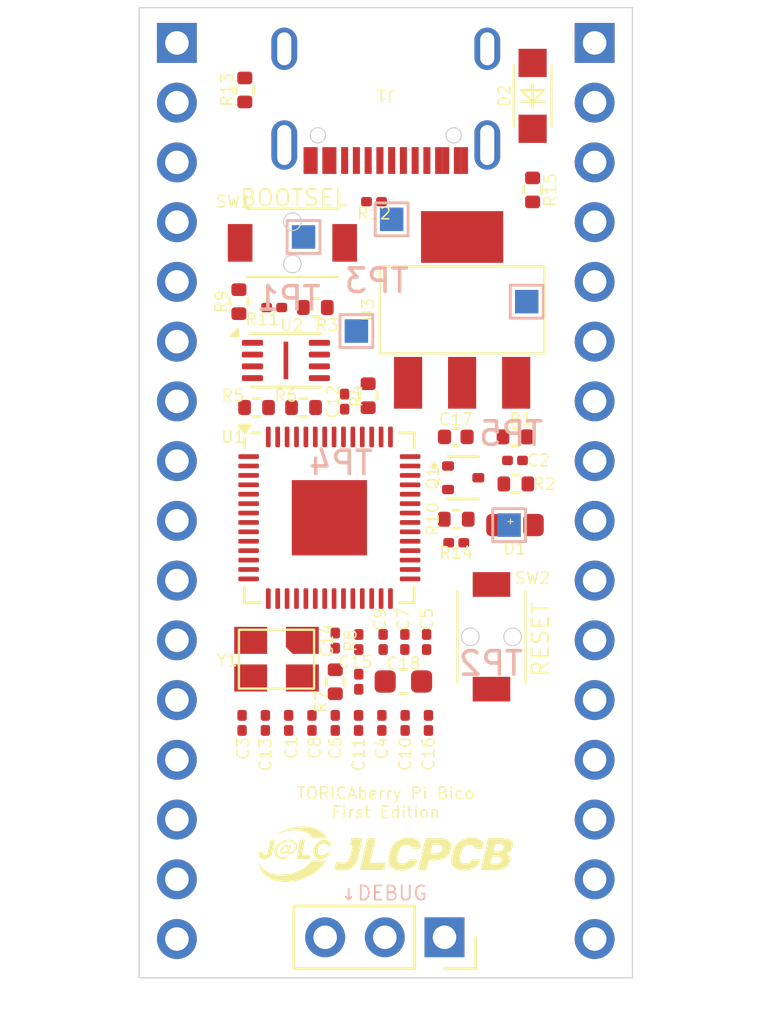
<source format=kicad_pcb>
(kicad_pcb (version 20241229) (generator "pcbnew") (generator_version "9.0")
  (layers (0 "F.Cu" signal) (2 "B.Cu" signal) (13 "F.Paste" user) (15 "B.Paste" user) (5 "F.SilkS" user "F.Silkscreen") (7 "B.SilkS" user "B.Silkscreen") (1 "F.Mask" user) (3 "B.Mask" user) (25 "Edge.Cuts" user))
  (net 0 "")
  (net 1 "GND")
  (net 2 "+3V3")
  (net 3 "Net-(Q1-D)")
  (net 4 "+1V1")
  (net 5 "Net-(U1-ADC_AVDD)")
  (net 6 "/XIN")
  (net 7 "/XR")
  (net 8 "/VSYS")
  (net 9 "Net-(D1-A)")
  (net 10 "/VBUS")
  (net 11 "Net-(J1-CC1)")
  (net 12 "Net-(J1-CC2)")
  (net 13 "/GPIO0")
  (net 14 "/GPIO8")
  (net 15 "/GPIO10")
  (net 16 "/GPIO11")
  (net 17 "/GPIO2")
  (net 18 "/GPIO14")
  (net 19 "/GPIO1")
  (net 20 "/GPIO6")
  (net 21 "/GPIO3")
  (net 22 "/GPIO13")
  (net 23 "/GPIO7")
  (net 24 "/GPIO5")
  (net 25 "/GPIO9")
  (net 26 "/GPIO12")
  (net 27 "/GPIO4")
  (net 28 "/USB_D-")
  (net 29 "/USB_D+")
  (net 30 "/SWCLK")
  (net 31 "/SWDIO")
  (net 32 "/GPIO17")
  (net 33 "/GPIO15")
  (net 34 "/GPIO22")
  (net 35 "/GPIO18")
  (net 36 "/GPIO26_ADC0")
  (net 37 "/GPIO20")
  (net 38 "/GPIO27_ADC1")
  (net 39 "/GPIO16")
  (net 40 "/GPIO28_ADC2")
  (net 41 "/GPIO19")
  (net 42 "/GPIO21")
  (net 43 "/GPIO29_ADC3")
  (net 44 "Net-(U1-USB_DP)")
  (net 45 "Net-(U1-USB_DM)")
  (net 46 "/ADC_VREF")
  (net 47 "/XOUT")
  (net 48 "Net-(R9-Pad1)")
  (net 49 "/QSPI_SS")
  (net 50 "/GPIO25")
  (net 51 "/GPIO24")
  (net 52 "/GPIO23")
  (net 53 "/RUN")
  (net 54 "/QSPI_SD2")
  (net 55 "/QSPI_SCLK")
  (net 56 "/QSPI_SD0")
  (net 57 "/QSPI_SD1")
  (net 58 "/QSPI_SD3")
  (footprint "raspberry pi pico:schottky CRS06" (layer "F.Cu") (at 156.25 82.75 90)
    (property "Reference" "D2" (at 0 -1.2 90) (layer "F.SilkS") (effects (font (size 0.5 0.5) (thickness 0.0625))))
    (property "Value" "D_Schottky" (hide yes))
    (pad "1" smd rect (at -1.4 0 270) (size 1.2 1.2) (layers "F.Cu" "F.Mask" "F.Paste") (net 8 "/VSYS"))
    (pad "2" smd rect (at 1.4 0 270) (size 1.2 1.2) (layers "F.Cu" "F.Mask" "F.Paste") (net 10 "/VBUS"))
  )
  (footprint "LED_SMD:LED_0603_1608Metric" (layer "F.Cu") (at 155.5 101 180)
    (property "Reference" "D1" (at 0 -1 0) (layer "F.SilkS") (effects (font (size 0.5 0.5) (thickness 0.0625))))
    (property "Value" "LED" (hide yes))
    (pad "1" smd roundrect (at -0.7875 0 180) (size 0.875 0.95) (layers "F.Cu" "F.Mask" "F.Paste") (net 1 "GND"))
    (pad "2" smd roundrect (at 0.7875 0 180) (size 0.875 0.95) (layers "F.Cu" "F.Mask" "F.Paste") (net 9 "Net-(D1-A)"))
  )
  (footprint "raspberry pi pico:12MHz" (layer "F.Cu") (at 145.35 106.7)
    (property "Reference" "Y1" (at -2.1 0.05 0) (layer "F.SilkS") (effects (font (size 0.5 0.5) (thickness 0.0625))))
    (property "Value" "Crystal_GND23")
    (pad "1" smd roundrect (at 1.1 -0.8 180) (size 1.4 1.15) (layers "F.Cu" "F.Mask" "F.Paste") (roundrect_rratio 0) (chamfer_ratio 0.25) (chamfer top_right) (net 6 "/XIN"))
    (pad "2" smd rect (at -1.1 -0.8 180) (size 1.4 1.15) (layers "F.Cu" "F.Mask" "F.Paste") (net 1 "GND"))
    (pad "3" smd rect (at -1.1 0.8 180) (size 1.4 1.15) (layers "F.Cu" "F.Mask" "F.Paste") (net 1 "GND"))
    (pad "4" smd rect (at 1.1 0.8 180) (size 1.4 1.15) (layers "F.Cu" "F.Mask" "F.Paste") (net 7 "/XR"))
  )
  (footprint "Capacitor_SMD:C_0201_0603Metric" (layer "F.Cu") (at 147.85 109.41 90)
    (property "Reference" "C6" (at -1.07 0 90) (layer "F.SilkS") (effects (font (size 0.5 0.5) (thickness 0.0625))))
    (property "Value" "100n" (hide yes))
    (pad "1" smd roundrect (at -0.32 0 90) (size 0.46 0.4) (layers "F.Cu" "F.Mask") (net 1 "GND"))
    (pad "2" smd roundrect (at 0.32 0 90) (size 0.46 0.4) (layers "F.Cu" "F.Mask") (net 2 "+3V3"))
  )
  (footprint "Capacitor_SMD:C_0201_0603Metric" (layer "F.Cu") (at 151.7375 105.97 90)
    (property "Reference" "C5" (at 0.97 0.0125 90) (layer "F.SilkS") (effects (font (size 0.5 0.5) (thickness 0.0625))))
    (property "Value" "2.2u" (hide yes))
    (pad "1" smd roundrect (at -0.32 0 90) (size 0.46 0.4) (layers "F.Cu" "F.Mask") (net 1 "GND"))
    (pad "2" smd roundrect (at 0.32 0 90) (size 0.46 0.4) (layers "F.Cu" "F.Mask") (net 4 "+1V1"))
  )
  (footprint "raspberry pi pico:Type-C" (layer "F.Cu") (at 150 82.75 180)
    (property "Reference" "J1" (at 0 0 180) (layer "F.SilkS") (effects (font (size 0.5 0.5) (thickness 0.0625))))
    (property "Value" "USB_C_Receptacle" (hide yes))
    (fp_circle (center 2.89 -1.68) (end 3.215 -1.68) (stroke (width 0.05)) (fill no) (layer "Edge.Cuts"))
    (fp_circle (center -2.89 -1.68) (end -2.565 -1.68) (stroke (width 0.05)) (fill no) (layer "Edge.Cuts"))
    (pad "A1" smd rect (at -3.35 -2.75 180) (size 0.3 1.14) (layers "F.Cu" "F.Mask" "F.Paste") (net 1 "GND"))
    (pad "A4" smd rect (at -2.55 -2.75 180) (size 0.3 1.14) (layers "F.Cu" "F.Mask" "F.Paste") (net 10 "/VBUS"))
    (pad "A5" smd rect (at -1.25 -2.75 180) (size 0.3 1.14) (layers "F.Cu" "F.Mask" "F.Paste") (net 11 "Net-(J1-CC1)"))
    (pad "A6" smd rect (at -0.25 -2.75 180) (size 0.3 1.14) (layers "F.Cu" "F.Mask" "F.Paste") (net 29 "/USB_D+"))
    (pad "A7" smd rect (at 0.25 -2.75 180) (size 0.3 1.14) (layers "F.Cu" "F.Mask" "F.Paste") (net 28 "/USB_D-"))
    (pad "A8" smd rect (at 1.25 -2.75 180) (size 0.3 1.14) (layers "F.Cu" "F.Mask" "F.Paste"))
    (pad "A9" smd rect (at 2.55 -2.75 180) (size 0.3 1.14) (layers "F.Cu" "F.Mask" "F.Paste"))
    (pad "B4" smd rect (at 2.25 -2.75 180) (size 0.3 1.14) (layers "F.Cu" "F.Mask" "F.Paste" "Eco1.User"))
    (pad "B5" smd rect (at 1.75 -2.75 180) (size 0.3 1.14) (layers "F.Cu" "F.Mask" "F.Paste") (net 12 "Net-(J1-CC2)"))
    (pad "B6" smd rect (at 0.75 -2.75 180) (size 0.3 1.14) (layers "F.Cu" "F.Mask" "F.Paste") (net 29 "/USB_D+"))
    (pad "B7" smd rect (at -0.75 -2.75 180) (size 0.3 1.14) (layers "F.Cu" "F.Mask" "F.Paste") (net 28 "/USB_D-"))
    (pad "B8" smd rect (at -1.75 -2.75 180) (size 0.3 1.14) (layers "F.Cu" "F.Mask" "F.Paste"))
    (pad "B8" smd rect (at 3.05 -2.75 180) (size 0.3 1.14) (layers "F.Cu" "F.Mask" "F.Paste"))
    (pad "B8" smd rect (at 3.35 -2.75 180) (size 0.3 1.14) (layers "F.Cu" "F.Mask" "F.Paste"))
    (pad "B9" smd rect (at -2.25 -2.75 180) (size 0.3 1.14) (layers "F.Cu" "F.Mask" "F.Paste"))
    (pad "B12" smd rect (at -3.05 -2.75 180) (size 0.3 1.14) (layers "F.Cu" "F.Mask" "F.Paste") (net 1 "GND"))
    (pad "S1" thru_hole oval (at -4.32 -2.09 180) (size 1.1 2.1) (drill oval 0.6 1.7) (layers "*.Cu" "*.Mask") (net 1 "GND"))
    (pad "S1" thru_hole oval (at -4.32 2 180) (size 1.1 1.8) (drill oval 0.6 1.4) (layers "*.Cu" "*.Mask") (net 1 "GND"))
    (pad "S1" thru_hole oval (at 4.32 -2.09 180) (size 1.1 2.1) (drill oval 0.6 1.7) (layers "*.Cu" "*.Mask") (net 1 "GND"))
    (pad "S1" thru_hole oval (at 4.32 2 180) (size 1.1 1.8) (drill oval 0.6 1.4) (layers "*.Cu" "*.Mask") (net 1 "GND"))
  )
  (footprint "Capacitor_SMD:C_0201_0603Metric" (layer "F.Cu") (at 144.875313 109.41 -90)
    (property "Reference" "C13" (at 1.34 0 90) (layer "F.SilkS") (effects (font (size 0.5 0.5) (thickness 0.0625))))
    (property "Value" "2.2u" (hide yes))
    (pad "1" smd roundrect (at -0.32 0 270) (size 0.46 0.4) (layers "F.Cu" "F.Mask") (net 2 "+3V3"))
    (pad "2" smd roundrect (at 0.32 0 270) (size 0.46 0.4) (layers "F.Cu" "F.Mask") (net 1 "GND"))
  )
  (footprint "Resistor_SMD:R_0201_0603Metric" (layer "F.Cu") (at 147.85 105.91 -90)
    (property "Reference" "R8" (at 0 -0.65 90) (layer "F.SilkS") (effects (font (size 0.5 0.5) (thickness 0.0625))))
    (property "Value" "NO-FIT" (hide yes))
    (pad "1" smd roundrect (at -0.32 0 270) (size 0.46 0.4) (layers "F.Cu" "F.Mask") (net 6 "/XIN"))
    (pad "2" smd roundrect (at 0.32 0 270) (size 0.46 0.4) (layers "F.Cu" "F.Mask") (net 47 "/XOUT"))
  )
  (footprint "Resistor_SMD:R_0402_1005Metric" (layer "F.Cu") (at 144 82.5 90)
    (property "Reference" "R13" (at 0.01 -0.75 90) (layer "F.SilkS") (effects (font (size 0.5 0.5) (thickness 0.0625))))
    (property "Value" "5.1k" (hide yes))
    (pad "1" smd roundrect (at -0.51 0 90) (size 0.54 0.64) (layers "F.Cu" "F.Mask" "F.Paste") (net 12 "Net-(J1-CC2)"))
    (pad "2" smd roundrect (at 0.51 0 90) (size 0.54 0.64) (layers "F.Cu" "F.Mask" "F.Paste") (net 1 "GND"))
  )
  (footprint "Capacitor_SMD:C_0201_0603Metric" (layer "F.Cu") (at 150.824688 109.41 90)
    (property "Reference" "C10" (at -1.32 0 90) (layer "F.SilkS") (effects (font (size 0.5 0.5) (thickness 0.0625))))
    (property "Value" "100n" (hide yes))
    (pad "1" smd roundrect (at -0.32 0 90) (size 0.46 0.4) (layers "F.Cu" "F.Mask") (net 1 "GND"))
    (pad "2" smd roundrect (at 0.32 0 90) (size 0.46 0.4) (layers "F.Cu" "F.Mask") (net 2 "+3V3"))
  )
  (footprint "raspberry pi pico:Tactil Switch" (layer "F.Cu") (at 146.025 89 -90)
    (property "Reference" "SW1" (at -1.75 2.5 0) (layer "F.SilkS") (effects (font (size 0.5 0.5) (thickness 0.0625))))
    (property "Value" "SW_Push" (hide yes))
    (fp_circle (center -0.9 0) (end -0.525 0) (stroke (width 0.05)) (fill no) (layer "Edge.Cuts"))
    (fp_circle (center 0.9 0) (end 1.275 0) (stroke (width 0.05)) (fill no) (layer "Edge.Cuts"))
    (pad "1" smd rect (at 0 -2.225 270) (size 1.6 1.05) (layers "F.Cu" "F.Mask" "F.Paste") (net 1 "GND"))
    (pad "2" smd rect (at 0 2.225 270) (size 1.6 1.05) (layers "F.Cu" "F.Mask" "F.Paste") (net 48 "Net-(R9-Pad1)"))
  )
  (footprint "Connector_PinSocket_2.54mm:PinSocket_1x03_P2.54mm_Vertical" (layer "F.Cu") (at 152.5 118.525 -90)
    (property "Reference" "J3" (hide yes))
    (property "Value" "Conn_01x03_Socket" (hide yes))
    (pad "1" thru_hole rect (at 0 0 270) (size 1.7 1.7) (drill 1) (layers "*.Cu" "*.Mask") (net 31 "/SWDIO"))
    (pad "2" thru_hole oval (at 0 2.54 270) (size 1.7 1.7) (drill 1) (layers "*.Cu" "*.Mask") (net 1 "GND"))
    (pad "3" thru_hole oval (at 0 5.08 270) (size 1.7 1.7) (drill 1) (layers "*.Cu" "*.Mask") (net 30 "/SWCLK"))
  )
  (footprint "Resistor_SMD:R_0402_1005Metric" (layer "F.Cu") (at 155.5375 99.25)
    (property "Reference" "R2" (at 1.2125 0 0) (layer "F.SilkS") (effects (font (size 0.5 0.5) (thickness 0.0625))))
    (property "Value" "100K" (hide yes))
    (pad "1" smd roundrect (at -0.51 0) (size 0.54 0.64) (layers "F.Cu" "F.Mask" "F.Paste") (net 3 "Net-(Q1-D)"))
    (pad "2" smd roundrect (at 0.51 0) (size 0.54 0.64) (layers "F.Cu" "F.Mask" "F.Paste") (net 1 "GND"))
  )
  (footprint "raspberry pi pico:JLCPCB" (layer "F.Cu") (at 150 115)
    (property "Reference" "G***" (hide yes))
    (property "Value" "LOGO" (hide yes))
  )
  (footprint "Resistor_SMD:R_0402_1005Metric" (layer "F.Cu") (at 147 91.75)
    (property "Reference" "R3" (at 0.5 0.75 0) (layer "F.SilkS") (effects (font (size 0.5 0.5) (thickness 0.0625))))
    (property "Value" "27" (hide yes))
    (pad "1" smd roundrect (at -0.51 0) (size 0.54 0.64) (layers "F.Cu" "F.Mask" "F.Paste") (net 29 "/USB_D+"))
    (pad "2" smd roundrect (at 0.51 0) (size 0.54 0.64) (layers "F.Cu" "F.Mask" "F.Paste") (net 44 "Net-(U1-USB_DP)"))
  )
  (footprint "Resistor_SMD:R_0402_1005Metric" (layer "F.Cu") (at 146.5 96)
    (property "Reference" "R6" (at -0.75 -0.5 0) (layer "F.SilkS") (effects (font (size 0.5 0.5) (thickness 0.0625))))
    (property "Value" "1" (hide yes))
    (pad "1" smd roundrect (at -0.51 0) (size 0.54 0.64) (layers "F.Cu" "F.Mask" "F.Paste") (net 46 "/ADC_VREF"))
    (pad "2" smd roundrect (at 0.51 0) (size 0.54 0.64) (layers "F.Cu" "F.Mask" "F.Paste") (net 5 "Net-(U1-ADC_AVDD)"))
  )
  (footprint "Connector_PinSocket_2.54mm:PinSocket_1x16_P2.54mm_Vertical" (layer "F.Cu") (at 141.11 80.5)
    (property "Reference" "J2" (hide yes))
    (property "Value" "Conn_01x16_Socket")
    (pad "1" thru_hole rect (at 0 0) (size 1.7 1.7) (drill 1) (layers "*.Cu" "*.Mask") (net 13 "/GPIO0"))
    (pad "2" thru_hole oval (at 0 2.54) (size 1.7 1.7) (drill 1) (layers "*.Cu" "*.Mask") (net 19 "/GPIO1"))
    (pad "3" thru_hole oval (at 0 5.08) (size 1.7 1.7) (drill 1) (layers "*.Cu" "*.Mask") (net 17 "/GPIO2"))
    (pad "4" thru_hole oval (at 0 7.62) (size 1.7 1.7) (drill 1) (layers "*.Cu" "*.Mask") (net 21 "/GPIO3"))
    (pad "5" thru_hole oval (at 0 10.16) (size 1.7 1.7) (drill 1) (layers "*.Cu" "*.Mask") (net 27 "/GPIO4"))
    (pad "6" thru_hole oval (at 0 12.7) (size 1.7 1.7) (drill 1) (layers "*.Cu" "*.Mask") (net 24 "/GPIO5"))
    (pad "7" thru_hole oval (at 0 15.24) (size 1.7 1.7) (drill 1) (layers "*.Cu" "*.Mask") (net 20 "/GPIO6"))
    (pad "8" thru_hole oval (at 0 17.78) (size 1.7 1.7) (drill 1) (layers "*.Cu" "*.Mask") (net 23 "/GPIO7"))
    (pad "9" thru_hole oval (at 0 20.32) (size 1.7 1.7) (drill 1) (layers "*.Cu" "*.Mask") (net 14 "/GPIO8"))
    (pad "10" thru_hole oval (at 0 22.86) (size 1.7 1.7) (drill 1) (layers "*.Cu" "*.Mask") (net 25 "/GPIO9"))
    (pad "11" thru_hole oval (at 0 25.4) (size 1.7 1.7) (drill 1) (layers "*.Cu" "*.Mask") (net 15 "/GPIO10"))
    (pad "12" thru_hole oval (at 0 27.94) (size 1.7 1.7) (drill 1) (layers "*.Cu" "*.Mask") (net 16 "/GPIO11"))
    (pad "13" thru_hole oval (at 0 30.48) (size 1.7 1.7) (drill 1) (layers "*.Cu" "*.Mask") (net 26 "/GPIO12"))
    (pad "14" thru_hole oval (at 0 33.02) (size 1.7 1.7) (drill 1) (layers "*.Cu" "*.Mask") (net 22 "/GPIO13"))
    (pad "15" thru_hole oval (at 0 35.56) (size 1.7 1.7) (drill 1) (layers "*.Cu" "*.Mask") (net 18 "/GPIO14"))
    (pad "16" thru_hole oval (at 0 38.1) (size 1.7 1.7) (drill 1) (layers "*.Cu" "*.Mask") (net 1 "GND"))
  )
  (footprint "Resistor_SMD:R_0402_1005Metric" (layer "F.Cu") (at 149.25 95.5 -90)
    (property "Reference" "R4" (at 0.01 0.5 90) (layer "F.SilkS") (effects (font (size 0.5 0.5) (thickness 0.0625))))
    (property "Value" "27" (hide yes))
    (pad "1" smd roundrect (at -0.51 0 270) (size 0.54 0.64) (layers "F.Cu" "F.Mask" "F.Paste") (net 28 "/USB_D-"))
    (pad "2" smd roundrect (at 0.51 0 270) (size 0.54 0.64) (layers "F.Cu" "F.Mask" "F.Paste") (net 45 "Net-(U1-USB_DM)"))
  )
  (footprint "Capacitor_SMD:C_0201_0603Metric" (layer "F.Cu") (at 145.866875 109.41 90)
    (property "Reference" "C1" (at -1.055 0.1125 90) (layer "F.SilkS") (effects (font (size 0.5 0.5) (thickness 0.0625))))
    (property "Value" "100n" (hide yes))
    (pad "1" smd roundrect (at -0.32 0 90) (size 0.46 0.4) (layers "F.Cu" "F.Mask") (net 1 "GND"))
    (pad "2" smd roundrect (at 0.32 0 90) (size 0.46 0.4) (layers "F.Cu" "F.Mask") (net 2 "+3V3"))
  )
  (footprint "Capacitor_SMD:C_0201_0603Metric" (layer "F.Cu") (at 151.81625 109.41 -90)
    (property "Reference" "C16" (at 1.32 0 90) (layer "F.SilkS") (effects (font (size 0.5 0.5) (thickness 0.0625))))
    (property "Value" "100n" (hide yes))
    (pad "1" smd roundrect (at -0.32 0 270) (size 0.46 0.4) (layers "F.Cu" "F.Mask") (net 2 "+3V3"))
    (pad "2" smd roundrect (at 0.32 0 270) (size 0.46 0.4) (layers "F.Cu" "F.Mask") (net 1 "GND"))
  )
  (footprint "Capacitor_SMD:C_0201_0603Metric" (layer "F.Cu") (at 155.5 98.25)
    (property "Reference" "C2" (at 1 0 0) (layer "F.SilkS") (effects (font (size 0.5 0.5) (thickness 0.0625))))
    (property "Value" "1n" (hide yes))
    (pad "1" smd roundrect (at -0.32 0) (size 0.46 0.4) (layers "F.Cu" "F.Mask") (net 3 "Net-(Q1-D)"))
    (pad "2" smd roundrect (at 0.32 0) (size 0.46 0.4) (layers "F.Cu" "F.Mask") (net 1 "GND"))
  )
  (footprint "Resistor_SMD:R_0402_1005Metric" (layer "F.Cu") (at 153 100.75)
    (property "Reference" "R10" (at -1 0 90) (layer "F.SilkS") (effects (font (size 0.5 0.5) (thickness 0.0625))))
    (property "Value" "470" (hide yes))
    (pad "1" smd roundrect (at -0.51 0) (size 0.54 0.64) (layers "F.Cu" "F.Mask" "F.Paste") (net 50 "/GPIO25"))
    (pad "2" smd roundrect (at 0.51 0) (size 0.54 0.64) (layers "F.Cu" "F.Mask" "F.Paste") (net 9 "Net-(D1-A)"))
  )
  (footprint "Package_TO_SOT_SMD:SOT-523" (layer "F.Cu") (at 153.295 98.9875)
    (property "Reference" "Q1" (at -1.295 0.0125 90) (layer "F.SilkS") (effects (font (size 0.5 0.5) (thickness 0.0625))))
    (property "Value" "DMG1012T" (hide yes))
    (pad "1" smd roundrect (at -0.645 -0.5 180) (size 0.51 0.4) (layers "F.Cu" "F.Mask" "F.Paste") (net 2 "+3V3"))
    (pad "2" smd roundrect (at -0.645 0.5 180) (size 0.51 0.4) (layers "F.Cu" "F.Mask" "F.Paste") (net 43 "/GPIO29_ADC3"))
    (pad "3" smd roundrect (at 0.645 0 180) (size 0.51 0.4) (layers "F.Cu" "F.Mask" "F.Paste") (net 3 "Net-(Q1-D)"))
  )
  (footprint "Resistor_SMD:R_0201_0603Metric" (layer "F.Cu") (at 145.25 91.75 180)
    (property "Reference" "R11" (at 0.5 -0.5 0) (layer "F.SilkS") (effects (font (size 0.5 0.5) (thickness 0.0625))))
    (property "Value" "NO-FIT" (hide yes))
    (pad "1" smd roundrect (at -0.32 0 180) (size 0.46 0.4) (layers "F.Cu" "F.Mask") (net 2 "+3V3"))
    (pad "2" smd roundrect (at 0.32 0 180) (size 0.46 0.4) (layers "F.Cu" "F.Mask") (net 49 "/QSPI_SS"))
  )
  (footprint "Capacitor_SMD:C_0201_0603Metric" (layer "F.Cu") (at 149.833125 109.41 90)
    (property "Reference" "C4" (at -1.07 0 90) (layer "F.SilkS") (effects (font (size 0.5 0.5) (thickness 0.0625))))
    (property "Value" "100n" (hide yes))
    (pad "1" smd roundrect (at -0.32 0 90) (size 0.46 0.4) (layers "F.Cu" "F.Mask") (net 1 "GND"))
    (pad "2" smd roundrect (at 0.32 0 90) (size 0.46 0.4) (layers "F.Cu" "F.Mask") (net 2 "+3V3"))
  )
  (footprint "Package_DFN_QFN:QFN-56-1EP_7x7mm_P0.4mm_EP3.2x3.2mm" (layer "F.Cu") (at 147.6 100.6875)
    (property "Reference" "U1" (at -4.1 -3.4375 0) (layer "F.SilkS") (effects (font (size 0.5 0.5) (thickness 0.0625))))
    (property "Value" "RP2040")
    (pad "1" smd roundrect (at -3.4375 -2.6) (size 0.875 0.2) (layers "F.Cu" "F.Mask" "F.Paste") (net 2 "+3V3"))
    (pad "2" smd roundrect (at -3.4375 -2.2) (size 0.875 0.2) (layers "F.Cu" "F.Mask" "F.Paste") (net 13 "/GPIO0"))
    (pad "3" smd roundrect (at -3.4375 -1.8) (size 0.875 0.2) (layers "F.Cu" "F.Mask" "F.Paste") (net 19 "/GPIO1"))
    (pad "4" smd roundrect (at -3.4375 -1.4) (size 0.875 0.2) (layers "F.Cu" "F.Mask" "F.Paste") (net 17 "/GPIO2"))
    (pad "5" smd roundrect (at -3.4375 -1) (size 0.875 0.2) (layers "F.Cu" "F.Mask" "F.Paste") (net 21 "/GPIO3"))
    (pad "6" smd roundrect (at -3.4375 -0.6) (size 0.875 0.2) (layers "F.Cu" "F.Mask" "F.Paste") (net 27 "/GPIO4"))
    (pad "7" smd roundrect (at -3.4375 -0.2) (size 0.875 0.2) (layers "F.Cu" "F.Mask" "F.Paste") (net 24 "/GPIO5"))
    (pad "8" smd roundrect (at -3.4375 0.2) (size 0.875 0.2) (layers "F.Cu" "F.Mask" "F.Paste") (net 20 "/GPIO6"))
    (pad "9" smd roundrect (at -3.4375 0.6) (size 0.875 0.2) (layers "F.Cu" "F.Mask" "F.Paste") (net 23 "/GPIO7"))
    (pad "10" smd roundrect (at -3.4375 1) (size 0.875 0.2) (layers "F.Cu" "F.Mask" "F.Paste") (net 2 "+3V3"))
    (pad "11" smd roundrect (at -3.4375 1.4) (size 0.875 0.2) (layers "F.Cu" "F.Mask" "F.Paste") (net 14 "/GPIO8"))
    (pad "12" smd roundrect (at -3.4375 1.8) (size 0.875 0.2) (layers "F.Cu" "F.Mask" "F.Paste") (net 25 "/GPIO9"))
    (pad "13" smd roundrect (at -3.4375 2.2) (size 0.875 0.2) (layers "F.Cu" "F.Mask" "F.Paste") (net 15 "/GPIO10"))
    (pad "14" smd roundrect (at -3.4375 2.6) (size 0.875 0.2) (layers "F.Cu" "F.Mask" "F.Paste") (net 16 "/GPIO11"))
    (pad "15" smd roundrect (at -2.6 3.4375) (size 0.2 0.875) (layers "F.Cu" "F.Mask" "F.Paste") (net 26 "/GPIO12"))
    (pad "16" smd roundrect (at -2.2 3.4375) (size 0.2 0.875) (layers "F.Cu" "F.Mask" "F.Paste") (net 22 "/GPIO13"))
    (pad "17" smd roundrect (at -1.8 3.4375) (size 0.2 0.875) (layers "F.Cu" "F.Mask" "F.Paste") (net 18 "/GPIO14"))
    (pad "18" smd roundrect (at -1.4 3.4375) (size 0.2 0.875) (layers "F.Cu" "F.Mask" "F.Paste") (net 33 "/GPIO15"))
    (pad "19" smd roundrect (at -1 3.4375) (size 0.2 0.875) (layers "F.Cu" "F.Mask" "F.Paste") (net 1 "GND"))
    (pad "20" smd roundrect (at -0.6 3.4375) (size 0.2 0.875) (layers "F.Cu" "F.Mask" "F.Paste") (net 6 "/XIN"))
    (pad "21" smd roundrect (at -0.2 3.4375) (size 0.2 0.875) (layers "F.Cu" "F.Mask" "F.Paste") (net 47 "/XOUT"))
    (pad "22" smd roundrect (at 0.2 3.4375) (size 0.2 0.875) (layers "F.Cu" "F.Mask" "F.Paste") (net 2 "+3V3"))
    (pad "23" smd roundrect (at 0.6 3.4375) (size 0.2 0.875) (layers "F.Cu" "F.Mask" "F.Paste") (net 4 "+1V1"))
    (pad "24" smd roundrect (at 1 3.4375) (size 0.2 0.875) (layers "F.Cu" "F.Mask" "F.Paste") (net 30 "/SWCLK"))
    (pad "25" smd roundrect (at 1.4 3.4375) (size 0.2 0.875) (layers "F.Cu" "F.Mask" "F.Paste") (net 31 "/SWDIO"))
    (pad "26" smd roundrect (at 1.8 3.4375) (size 0.2 0.875) (layers "F.Cu" "F.Mask" "F.Paste") (net 53 "/RUN"))
    (pad "27" smd roundrect (at 2.2 3.4375) (size 0.2 0.875) (layers "F.Cu" "F.Mask" "F.Paste") (net 39 "/GPIO16"))
    (pad "28" smd roundrect (at 2.6 3.4375) (size 0.2 0.875) (layers "F.Cu" "F.Mask" "F.Paste") (net 32 "/GPIO17"))
    (pad "29" smd roundrect (at 3.4375 2.6) (size 0.875 0.2) (layers "F.Cu" "F.Mask" "F.Paste") (net 35 "/GPIO18"))
    (pad "30" smd roundrect (at 3.4375 2.2) (size 0.875 0.2) (layers "F.Cu" "F.Mask" "F.Paste") (net 41 "/GPIO19"))
    (pad "31" smd roundrect (at 3.4375 1.8) (size 0.875 0.2) (layers "F.Cu" "F.Mask" "F.Paste") (net 37 "/GPIO20"))
    (pad "32" smd roundrect (at 3.4375 1.4) (size 0.875 0.2) (layers "F.Cu" "F.Mask" "F.Paste") (net 42 "/GPIO21"))
    (pad "33" smd roundrect (at 3.4375 1) (size 0.875 0.2) (layers "F.Cu" "F.Mask" "F.Paste") (net 2 "+3V3"))
    (pad "34" smd roundrect (at 3.4375 0.6) (size 0.875 0.2) (layers "F.Cu" "F.Mask" "F.Paste") (net 34 "/GPIO22"))
    (pad "35" smd roundrect (at 3.4375 0.2) (size 0.875 0.2) (layers "F.Cu" "F.Mask" "F.Paste") (net 52 "/GPIO23"))
    (pad "36" smd roundrect (at 3.4375 -0.2) (size 0.875 0.2) (layers "F.Cu" "F.Mask" "F.Paste") (net 51 "/GPIO24"))
    (pad "37" smd roundrect (at 3.4375 -0.6) (size 0.875 0.2) (layers "F.Cu" "F.Mask" "F.Paste") (net 50 "/GPIO25"))
    (pad "38" smd roundrect (at 3.4375 -1) (size 0.875 0.2) (layers "F.Cu" "F.Mask" "F.Paste") (net 36 "/GPIO26_ADC0"))
    (pad "39" smd roundrect (at 3.4375 -1.4) (size 0.875 0.2) (layers "F.Cu" "F.Mask" "F.Paste") (net 38 "/GPIO27_ADC1"))
    (pad "40" smd roundrect (at 3.4375 -1.8) (size 0.875 0.2) (layers "F.Cu" "F.Mask" "F.Paste") (net 40 "/GPIO28_ADC2"))
    (pad "41" smd roundrect (at 3.4375 -2.2) (size 0.875 0.2) (layers "F.Cu" "F.Mask" "F.Paste") (net 43 "/GPIO29_ADC3"))
    (pad "42" smd roundrect (at 3.4375 -2.6) (size 0.875 0.2) (layers "F.Cu" "F.Mask" "F.Paste") (net 2 "+3V3"))
    (pad "43" smd roundrect (at 2.6 -3.4375) (size 0.2 0.875) (layers "F.Cu" "F.Mask" "F.Paste") (net 5 "Net-(U1-ADC_AVDD)"))
    (pad "44" smd roundrect (at 2.2 -3.4375) (size 0.2 0.875) (layers "F.Cu" "F.Mask" "F.Paste") (net 2 "+3V3"))
    (pad "45" smd roundrect (at 1.8 -3.4375) (size 0.2 0.875) (layers "F.Cu" "F.Mask" "F.Paste") (net 4 "+1V1"))
    (pad "46" smd roundrect (at 1.4 -3.4375) (size 0.2 0.875) (layers "F.Cu" "F.Mask" "F.Paste") (net 45 "Net-(U1-USB_DM)"))
    (pad "47" smd roundrect (at 1 -3.4375) (size 0.2 0.875) (layers "F.Cu" "F.Mask" "F.Paste") (net 44 "Net-(U1-USB_DP)"))
    (pad "48" smd roundrect (at 0.6 -3.4375) (size 0.2 0.875) (layers "F.Cu" "F.Mask" "F.Paste") (net 2 "+3V3"))
    (pad "49" smd roundrect (at 0.2 -3.4375) (size 0.2 0.875) (layers "F.Cu" "F.Mask" "F.Paste") (net 2 "+3V3"))
    (pad "50" smd roundrect (at -0.2 -3.4375) (size 0.2 0.875) (layers "F.Cu" "F.Mask" "F.Paste") (net 4 "+1V1"))
    (pad "51" smd roundrect (at -0.6 -3.4375) (size 0.2 0.875) (layers "F.Cu" "F.Mask" "F.Paste") (net 58 "/QSPI_SD3"))
    (pad "52" smd roundrect (at -1 -3.4375) (size 0.2 0.875) (layers "F.Cu" "F.Mask" "F.Paste") (net 55 "/QSPI_SCLK"))
    (pad "53" smd roundrect (at -1.4 -3.4375) (size 0.2 0.875) (layers "F.Cu" "F.Mask" "F.Paste") (net 56 "/QSPI_SD0"))
    (pad "54" smd roundrect (at -1.8 -3.4375) (size 0.2 0.875) (layers "F.Cu" "F.Mask" "F.Paste") (net 54 "/QSPI_SD2"))
    (pad "55" smd roundrect (at -2.2 -3.4375) (size 0.2 0.875) (layers "F.Cu" "F.Mask" "F.Paste") (net 57 "/QSPI_SD1"))
    (pad "56" smd roundrect (at -2.6 -3.4375) (size 0.2 0.875) (layers "F.Cu" "F.Mask" "F.Paste") (net 49 "/QSPI_SS"))
    (pad "57" smd rect (at 0 0) (size 3.2 3.2) (property pad_prop_heatsink) (layers "F.Cu" "F.Mask") (net 1 "GND"))
  )
  (footprint "Capacitor_SMD:C_0201_0603Metric" (layer "F.Cu") (at 148.85 105.97 90)
    (property "Reference" "C14" (at 0.06 -1.35 90) (layer "F.SilkS") (effects (font (size 0.5 0.5) (thickness 0.0625))))
    (property "Value" "15p" (hide yes))
    (pad "1" smd roundrect (at -0.32 0 90) (size 0.46 0.4) (layers "F.Cu" "F.Mask") (net 1 "GND"))
    (pad "2" smd roundrect (at 0.32 0 90) (size 0.46 0.4) (layers "F.Cu" "F.Mask") (net 6 "/XIN"))
  )
  (footprint "Capacitor_SMD:C_0201_0603Metric" (layer "F.Cu") (at 143.88375 109.41 90)
    (property "Reference" "C3" (at -1.09 0.045 90) (layer "F.SilkS") (effects (font (size 0.5 0.5) (thickness 0.0625))))
    (property "Value" "2.2u" (hide yes))
    (pad "1" smd roundrect (at -0.32 0 90) (size 0.46 0.4) (layers "F.Cu" "F.Mask") (net 1 "GND"))
    (pad "2" smd roundrect (at 0.32 0 90) (size 0.46 0.4) (layers "F.Cu" "F.Mask") (net 2 "+3V3"))
  )
  (footprint "Resistor_SMD:R_0402_1005Metric" (layer "F.Cu") (at 155.5 97.25)
    (property "Reference" "R1" (at 0.25 -0.75 0) (layer "F.SilkS") (effects (font (size 0.5 0.5) (thickness 0.0625))))
    (property "Value" "200K" (hide yes))
    (pad "1" smd roundrect (at -0.51 0) (size 0.54 0.64) (layers "F.Cu" "F.Mask" "F.Paste") (net 8 "/VSYS"))
    (pad "2" smd roundrect (at 0.51 0) (size 0.54 0.64) (layers "F.Cu" "F.Mask" "F.Paste") (net 3 "Net-(Q1-D)"))
  )
  (footprint "Capacitor_SMD:C_0201_0603Metric" (layer "F.Cu") (at 148.25 95.75 -90)
    (property "Reference" "C12" (at 0 0.5 90) (layer "F.SilkS") (effects (font (size 0.5 0.5) (thickness 0.0625))))
    (property "Value" "2.2u" (hide yes))
    (pad "1" smd roundrect (at -0.32 0 270) (size 0.46 0.4) (layers "F.Cu" "F.Mask") (net 1 "GND"))
    (pad "2" smd roundrect (at 0.32 0 270) (size 0.46 0.4) (layers "F.Cu" "F.Mask") (net 5 "Net-(U1-ADC_AVDD)"))
  )
  (footprint "raspberry pi pico:Tactil Switch" (layer "F.Cu") (at 154.5 105.75)
    (property "Reference" "SW2" (at 1.75 -2.5 0) (layer "F.SilkS") (effects (font (size 0.5 0.5) (thickness 0.0625))))
    (property "Value" "SW_Push" (hide yes))
    (fp_circle (center -0.9 0) (end -0.525 0) (stroke (width 0.05)) (fill no) (layer "Edge.Cuts"))
    (fp_circle (center 0.9 0) (end 1.275 0) (stroke (width 0.05)) (fill no) (layer "Edge.Cuts"))
    (pad "1" smd rect (at 0 -2.225) (size 1.6 1.05) (layers "F.Cu" "F.Mask" "F.Paste") (net 53 "/RUN"))
    (pad "2" smd rect (at 0 2.225) (size 1.6 1.05) (layers "F.Cu" "F.Mask" "F.Paste") (net 1 "GND"))
  )
  (footprint "Connector_PinSocket_2.54mm:PinSocket_1x16_P2.54mm_Vertical" (layer "F.Cu") (at 158.89 80.5)
    (property "Reference" "J4" (hide yes))
    (property "Value" "Conn_01x16_Socket")
    (pad "1" thru_hole rect (at 0 0) (size 1.7 1.7) (drill 1) (layers "*.Cu" "*.Mask") (net 10 "/VBUS"))
    (pad "2" thru_hole oval (at 0 2.54) (size 1.7 1.7) (drill 1) (layers "*.Cu" "*.Mask") (net 8 "/VSYS"))
    (pad "3" thru_hole oval (at 0 5.08) (size 1.7 1.7) (drill 1) (layers "*.Cu" "*.Mask") (net 2 "+3V3"))
    (pad "4" thru_hole oval (at 0 7.62) (size 1.7 1.7) (drill 1) (layers "*.Cu" "*.Mask") (net 40 "/GPIO28_ADC2"))
    (pad "5" thru_hole oval (at 0 10.16) (size 1.7 1.7) (drill 1) (layers "*.Cu" "*.Mask") (net 38 "/GPIO27_ADC1"))
    (pad "6" thru_hole oval (at 0 12.7) (size 1.7 1.7) (drill 1) (layers "*.Cu" "*.Mask") (net 36 "/GPIO26_ADC0"))
    (pad "7" thru_hole oval (at 0 15.24) (size 1.7 1.7) (drill 1) (layers "*.Cu" "*.Mask") (net 52 "/GPIO23"))
    (pad "8" thru_hole oval (at 0 17.78) (size 1.7 1.7) (drill 1) (layers "*.Cu" "*.Mask") (net 34 "/GPIO22"))
    (pad "9" thru_hole oval (at 0 20.32) (size 1.7 1.7) (drill 1) (layers "*.Cu" "*.Mask") (net 42 "/GPIO21"))
    (pad "10" thru_hole oval (at 0 22.86) (size 1.7 1.7) (drill 1) (layers "*.Cu" "*.Mask") (net 37 "/GPIO20"))
    (pad "11" thru_hole oval (at 0 25.4) (size 1.7 1.7) (drill 1) (layers "*.Cu" "*.Mask") (net 41 "/GPIO19"))
    (pad "12" thru_hole oval (at 0 27.94) (size 1.7 1.7) (drill 1) (layers "*.Cu" "*.Mask") (net 35 "/GPIO18"))
    (pad "13" thru_hole oval (at 0 30.48) (size 1.7 1.7) (drill 1) (layers "*.Cu" "*.Mask") (net 32 "/GPIO17"))
    (pad "14" thru_hole oval (at 0 33.02) (size 1.7 1.7) (drill 1) (layers "*.Cu" "*.Mask") (net 39 "/GPIO16"))
    (pad "15" thru_hole oval (at 0 35.56) (size 1.7 1.7) (drill 1) (layers "*.Cu" "*.Mask") (net 33 "/GPIO15"))
    (pad "16" thru_hole oval (at 0 38.1) (size 1.7 1.7) (drill 1) (layers "*.Cu" "*.Mask") (net 1 "GND"))
  )
  (footprint "Capacitor_SMD:C_0201_0603Metric" (layer "F.Cu") (at 148.841563 109.41 90)
    (property "Reference" "C11" (at -1.34 0 90) (layer "F.SilkS") (effects (font (size 0.5 0.5) (thickness 0.0625))))
    (property "Value" "100n" (hide yes))
    (pad "1" smd roundrect (at -0.32 0 90) (size 0.46 0.4) (layers "F.Cu" "F.Mask") (net 1 "GND"))
    (pad "2" smd roundrect (at 0.32 0 90) (size 0.46 0.4) (layers "F.Cu" "F.Mask") (net 2 "+3V3"))
  )
  (footprint "Resistor_SMD:R_0402_1005Metric" (layer "F.Cu") (at 143.75 91.5 -90)
    (property "Reference" "R9" (at 0 0.75 90) (layer "F.SilkS") (effects (font (size 0.5 0.5) (thickness 0.0625))))
    (property "Value" "1k" (hide yes))
    (pad "1" smd roundrect (at -0.51 0 270) (size 0.54 0.64) (layers "F.Cu" "F.Mask" "F.Paste") (net 48 "Net-(R9-Pad1)"))
    (pad "2" smd roundrect (at 0.51 0 270) (size 0.54 0.64) (layers "F.Cu" "F.Mask" "F.Paste") (net 49 "/QSPI_SS"))
  )
  (footprint "Capacitor_SMD:C_0201_0603Metric" (layer "F.Cu") (at 148.85 107.66 -90)
    (property "Reference" "C15" (at -0.84 0.15 0) (layer "F.SilkS") (effects (font (size 0.5 0.5) (thickness 0.0625))))
    (property "Value" "15p" (hide yes))
    (pad "1" smd roundrect (at -0.32 0 270) (size 0.46 0.4) (layers "F.Cu" "F.Mask") (net 1 "GND"))
    (pad "2" smd roundrect (at 0.32 0 270) (size 0.46 0.4) (layers "F.Cu" "F.Mask") (net 7 "/XR"))
  )
  (footprint "Resistor_SMD:R_0201_0603Metric" (layer "F.Cu") (at 149.5 87.25 180)
    (property "Reference" "R12" (at 0 -0.5 0) (layer "F.SilkS") (effects (font (size 0.5 0.5) (thickness 0.0625))))
    (property "Value" "5.1k" (hide yes))
    (pad "1" smd roundrect (at -0.32 0 180) (size 0.46 0.4) (layers "F.Cu" "F.Mask") (net 11 "Net-(J1-CC1)"))
    (pad "2" smd roundrect (at 0.32 0 180) (size 0.46 0.4) (layers "F.Cu" "F.Mask") (net 1 "GND"))
  )
  (footprint "Package_SON:Winbond_USON-8-1EP_3x2mm_P0.5mm_EP0.2x1.6mm" (layer "F.Cu") (at 145.75 94)
    (property "Reference" "U2" (at 0.25 -1.5 0) (layer "F.SilkS") (effects (font (size 0.5 0.5) (thickness 0.0625))))
    (property "Value" "Flash Memory" (hide yes))
    (pad "1" smd roundrect (at -1.425 -0.75) (size 0.9 0.25) (layers "F.Cu" "F.Mask" "F.Paste") (net 49 "/QSPI_SS"))
    (pad "2" smd roundrect (at -1.425 -0.25) (size 0.9 0.25) (layers "F.Cu" "F.Mask" "F.Paste") (net 57 "/QSPI_SD1"))
    (pad "3" smd roundrect (at -1.425 0.25) (size 0.9 0.25) (layers "F.Cu" "F.Mask" "F.Paste") (net 54 "/QSPI_SD2"))
    (pad "4" smd roundrect (at -1.425 0.75) (size 0.9 0.25) (layers "F.Cu" "F.Mask" "F.Paste") (net 1 "GND"))
    (pad "5" smd roundrect (at 1.425 0.75) (size 0.9 0.25) (layers "F.Cu" "F.Mask" "F.Paste") (net 56 "/QSPI_SD0"))
    (pad "6" smd roundrect (at 1.425 0.25) (size 0.9 0.25) (layers "F.Cu" "F.Mask" "F.Paste") (net 55 "/QSPI_SCLK"))
    (pad "7" smd roundrect (at 1.425 -0.25) (size 0.9 0.25) (layers "F.Cu" "F.Mask" "F.Paste") (net 58 "/QSPI_SD3"))
    (pad "8" smd roundrect (at 1.425 -0.75) (size 0.9 0.25) (layers "F.Cu" "F.Mask" "F.Paste") (net 2 "+3V3"))
    (pad "9" smd rect (at 0 0) (size 0.2 1.6) (property pad_prop_heatsink) (layers "F.Cu" "F.Mask"))
  )
  (footprint "Capacitor_SMD:C_0201_0603Metric" (layer "F.Cu") (at 149.8875 105.97 90)
    (property "Reference" "C9" (at 0.97 -0.1375 90) (layer "F.SilkS") (effects (font (size 0.5 0.5) (thickness 0.0625))))
    (property "Value" "100n" (hide yes))
    (pad "1" smd roundrect (at -0.32 0 90) (size 0.46 0.4) (layers "F.Cu" "F.Mask") (net 1 "GND"))
    (pad "2" smd roundrect (at 0.32 0 90) (size 0.46 0.4) (layers "F.Cu" "F.Mask") (net 4 "+1V1"))
  )
  (footprint "Capacitor_SMD:C_0402_1005Metric" (layer "F.Cu") (at 152.98 97.25)
    (property "Reference" "C17" (at 0 -0.75 0) (layer "F.SilkS") (effects (font (size 0.5 0.5) (thickness 0.0625))))
    (property "Value" "10u" (hide yes))
    (pad "1" smd roundrect (at -0.48 0) (size 0.56 0.62) (layers "F.Cu" "F.Mask" "F.Paste") (net 8 "/VSYS"))
    (pad "2" smd roundrect (at 0.48 0) (size 0.56 0.62) (layers "F.Cu" "F.Mask" "F.Paste") (net 1 "GND"))
  )
  (footprint "Resistor_SMD:R_0201_0603Metric" (layer "F.Cu") (at 153 101.75 180)
    (property "Reference" "R14" (at 0 -0.4375 0) (layer "F.SilkS") (effects (font (size 0.5 0.5) (thickness 0.0625))))
    (property "Value" "10k" (hide yes))
    (pad "1" smd roundrect (at -0.32 0 180) (size 0.46 0.4) (layers "F.Cu" "F.Mask") (net 1 "GND"))
    (pad "2" smd roundrect (at 0.32 0 180) (size 0.46 0.4) (layers "F.Cu" "F.Mask") (net 51 "/GPIO24"))
  )
  (footprint "Resistor_SMD:R_0402_1005Metric" (layer "F.Cu") (at 156.25 86.75 90)
    (property "Reference" "R15" (at 0 0.75 90) (layer "F.SilkS") (effects (font (size 0.5 0.5) (thickness 0.0625))))
    (property "Value" "5.6k" (hide yes))
    (pad "1" smd roundrect (at -0.51 0 90) (size 0.54 0.64) (layers "F.Cu" "F.Mask" "F.Paste") (net 51 "/GPIO24"))
    (pad "2" smd roundrect (at 0.51 0 90) (size 0.54 0.64) (layers "F.Cu" "F.Mask" "F.Paste") (net 10 "/VBUS"))
  )
  (footprint "Resistor_SMD:R_0402_1005Metric" (layer "F.Cu") (at 144.5 96)
    (property "Reference" "R5" (at -1 -0.5 0) (layer "F.SilkS") (effects (font (size 0.5 0.5) (thickness 0.0625))))
    (property "Value" "200" (hide yes))
    (pad "1" smd roundrect (at -0.51 0) (size 0.54 0.64) (layers "F.Cu" "F.Mask" "F.Paste") (net 2 "+3V3"))
    (pad "2" smd roundrect (at 0.51 0) (size 0.54 0.64) (layers "F.Cu" "F.Mask" "F.Paste") (net 46 "/ADC_VREF"))
  )
  (footprint "raspberry pi pico:3pin regulator" (layer "F.Cu") (at 153.25 91.75)
    (property "Reference" "U3" (at -4 0.1 90) (layer "F.SilkS") (effects (font (size 0.5 0.5) (thickness 0.0625))))
    (property "Value" "OKI-78SR-3.3_1.5-W36H-C" (hide yes))
    (pad "1" smd rect (at -2.3 3.2) (size 1.2 2.2) (layers "F.Cu" "F.Mask" "F.Paste") (net 8 "/VSYS"))
    (pad "2" smd rect (at 0 3.2) (size 1.2 2.2) (layers "F.Cu" "F.Mask" "F.Paste") (net 1 "GND"))
    (pad "3" smd rect (at 0 -3) (size 3.5 2.2) (layers "F.Cu" "F.Mask" "F.Paste") (net 2 "+3V3"))
    (pad "3" smd rect (at 2.3 3.2) (size 1.2 2.2) (layers "F.Cu" "F.Mask" "F.Paste") (net 2 "+3V3"))
  )
  (footprint "Capacitor_SMD:C_0603_1608Metric" (layer "F.Cu") (at 150.75 107.65)
    (property "Reference" "C18" (at 0 -0.77 0) (layer "F.SilkS") (effects (font (size 0.5 0.5) (thickness 0.0625))))
    (property "Value" "22u" (hide yes))
    (pad "1" smd roundrect (at -0.775 0) (size 0.9 0.95) (layers "F.Cu" "F.Mask" "F.Paste") (net 2 "+3V3"))
    (pad "2" smd roundrect (at 0.775 0) (size 0.9 0.95) (layers "F.Cu" "F.Mask" "F.Paste") (net 1 "GND"))
  )
  (footprint "Capacitor_SMD:C_0201_0603Metric" (layer "F.Cu") (at 150.8125 105.97 90)
    (property "Reference" "C7" (at 0.97 -0.0625 90) (layer "F.SilkS") (effects (font (size 0.5 0.5) (thickness 0.0625))))
    (property "Value" "100n" (hide yes))
    (pad "1" smd roundrect (at -0.32 0 90) (size 0.46 0.4) (layers "F.Cu" "F.Mask") (net 1 "GND"))
    (pad "2" smd roundrect (at 0.32 0 90) (size 0.46 0.4) (layers "F.Cu" "F.Mask") (net 4 "+1V1"))
  )
  (footprint "Capacitor_SMD:C_0201_0603Metric" (layer "F.Cu") (at 146.858438 109.41 90)
    (property "Reference" "C8" (at -1.055 0.1125 90) (layer "F.SilkS") (effects (font (size 0.5 0.5) (thickness 0.0625))))
    (property "Value" "100n" (hide yes))
    (pad "1" smd roundrect (at -0.32 0 90) (size 0.46 0.4) (layers "F.Cu" "F.Mask") (net 1 "GND"))
    (pad "2" smd roundrect (at 0.32 0 90) (size 0.46 0.4) (layers "F.Cu" "F.Mask") (net 2 "+3V3"))
  )
  (footprint "Resistor_SMD:R_0402_1005Metric" (layer "F.Cu") (at 147.85 107.66 90)
    (property "Reference" "R7" (at -0.84 -0.6 90) (layer "F.SilkS") (effects (font (size 0.5 0.5) (thickness 0.0625))))
    (property "Value" "1k" (hide yes))
    (pad "1" smd roundrect (at -0.51 0 90) (size 0.54 0.64) (layers "F.Cu" "F.Mask" "F.Paste") (net 7 "/XR"))
    (pad "2" smd roundrect (at 0.51 0 90) (size 0.54 0.64) (layers "F.Cu" "F.Mask" "F.Paste") (net 47 "/XOUT"))
  )
  (footprint "TestPoint:TestPoint_Pad_1.0x1.0mm" (layer "B.Cu") (at 146.5 88.75)
    (property "Reference" "TP1" (at -0.6375 2.6105 180) (layer "B.SilkS") (effects (justify mirror)))
    (property "Value" "TestPoint")
    (pad "1" smd rect (at 0 0) (size 1 1) (layers "B.Cu" "B.Mask") (net 48 "Net-(R9-Pad1)"))
  )
  (footprint "TestPoint:TestPoint_Pad_1.0x1.0mm" (layer "B.Cu") (at 150.25 88)
    (property "Reference" "TP3" (at -0.6375 2.6105 180) (layer "B.SilkS") (effects (justify mirror)))
    (property "Value" "TestPoint")
    (pad "1" smd rect (at 0 0) (size 1 1) (layers "B.Cu" "B.Mask") (net 28 "/USB_D-"))
  )
  (footprint "TestPoint:TestPoint_Pad_1.0x1.0mm" (layer "B.Cu") (at 155.25 101)
    (property "Reference" "TP2" (at -0.775 5.883 180) (layer "B.SilkS") (effects (justify mirror)))
    (property "Value" "TestPoint")
    (pad "1" smd rect (at 0 0) (size 1 1) (layers "B.Cu" "B.Mask") (net 9 "Net-(D1-A)"))
  )
  (footprint "TestPoint:TestPoint_Pad_1.0x1.0mm" (layer "B.Cu") (at 156 91.5)
    (property "Reference" "TP5" (at -0.6625 5.6105 180) (layer "B.SilkS") (effects (justify mirror)))
    (property "Value" "TestPoint")
    (pad "1" smd rect (at 0 0) (size 1 1) (layers "B.Cu" "B.Mask") (net 8 "/VSYS"))
  )
  (footprint "TestPoint:TestPoint_Pad_1.0x1.0mm" (layer "B.Cu") (at 148.75 92.75)
    (property "Reference" "TP4" (at -0.6625 5.6105 180) (layer "B.SilkS") (effects (justify mirror)))
    (property "Value" "TestPoint")
    (pad "1" smd rect (at 0 0) (size 1 1) (layers "B.Cu" "B.Mask") (net 29 "/USB_D+"))
  )
  (gr_line (start 156.75 83) (end 155.75 83) (stroke (width 0.1)) (layer "F.SilkS"))
  (gr_line (start 156.25 83.25) (end 156.25 82.25) (stroke (width 0.1)) (layer "F.SilkS"))
  (gr_line (start 156.75 82.5) (end 155.75 82.5) (stroke (width 0.1)) (layer "F.SilkS"))
  (gr_line (start 156.75 82.5) (end 156.25 83) (stroke (width 0.1)) (layer "F.SilkS"))
  (gr_line (start 155.75 82.5) (end 156.25 83) (stroke (width 0.1)) (layer "F.SilkS"))
  (gr_rect (start 139.5 79) (end 160.5 120.25) (stroke (width 0.05)) (fill no) (layer "Edge.Cuts"))
  (gr_text "+" (at 155.1 101 0) (layer "F.SilkS") (effects (font (size 0.3 0.3) (thickness 0.0375)) (justify left bottom)))
  (gr_text "BOOTSEL" (at 143.75 87.5 0) (layer "F.SilkS") (effects (font (size 0.7 0.7) (thickness 0.0875)) (justify left bottom)))
  (gr_text "TORICAberry Pi Bico\nFirst Edition" (at 150 113.5 0) (layer "F.SilkS") (effects (font (size 0.5 0.5) (thickness 0.0625)) (justify bottom)))
  (gr_text "RESET" (at 157 107.5 90) (layer "F.SilkS") (effects (font (size 0.7 0.7) (thickness 0.0875)) (justify left bottom)))
  (gr_text "↓DEBUG" (at 148 117 0) (layer "B.SilkS") (effects (font (size 0.6 0.6) (thickness 0.075)) (justify left bottom)))
)
</source>
